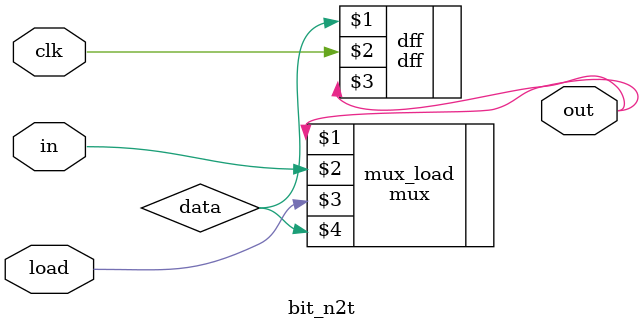
<source format=sv>
module bit_n2t(
    input  in,
    input  load,
    input  clk,
    output out
);
    wire data;
    mux mux_load(out, in, load, data);
    dff dff(data, clk, out);

endmodule

</source>
